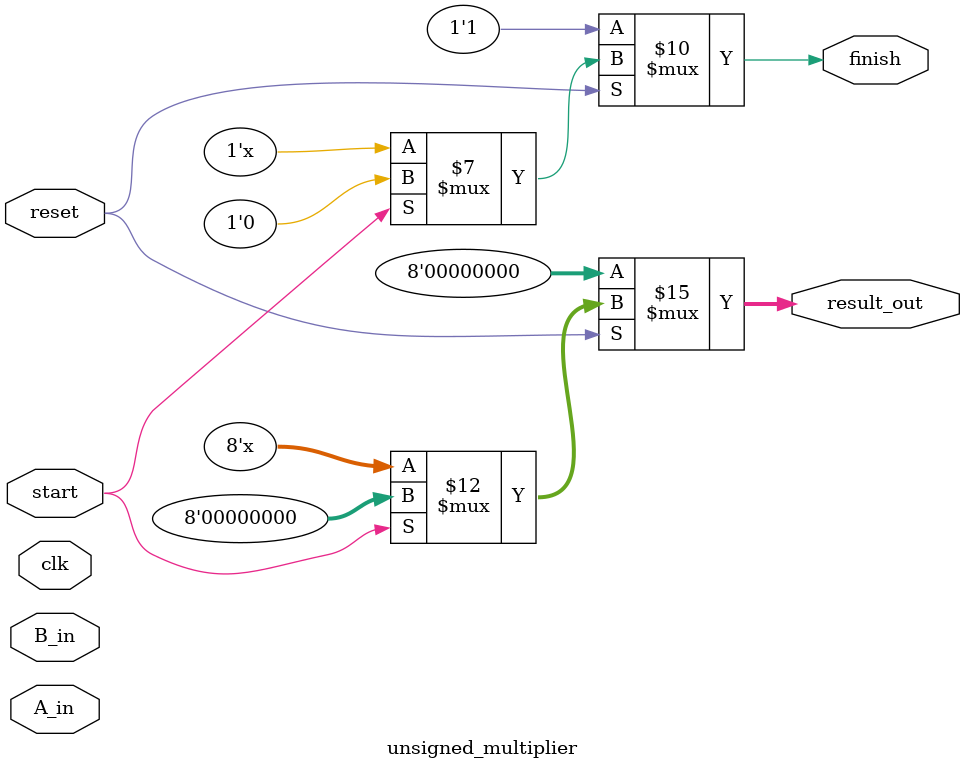
<source format=v>
module unsigned_multiplier(clk,reset,start,finish,A_in,B_in,result_out);
parameter N=4;
input clk;
input reset;
input start;
input [N-1:0] A_in;
input [N-1:0] B_in;
output reg[2*N-1:0] result_out;
output finish;

reg[2*N-1:0] A;
reg [N-1:0] B;
reg finish;

always@(clk)
begin
 if(~reset)
   begin
	  A<=0;
	  B<=0;
	  result_out<=0;
	  finish<=1'b1;
	  end
 else
  begin
    if(start)
	    begin
	       A<=A_in;
		    B<=B_in;
	       result_out<=0;
	       finish<=0;
		 end
	else
	   begin
		   if(finish)
			 begin
			  if(B!=0)
			    begin
				   if(B[0])
					  begin
					    result_out<=result_out+A;
						end
					 B<=B>>1;
					 A<=A<<1;
					 end
					 else
					 begin
					 finish<=1'b1;
					 end
				end
		  end
	 end
end
endmodule
	  
 
</source>
